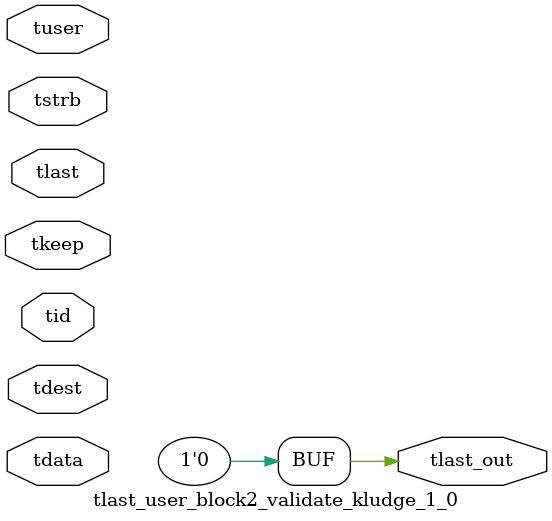
<source format=v>


`timescale 1ps/1ps

module tlast_user_block2_validate_kludge_1_0 #
(
parameter C_S_AXIS_TID_WIDTH   = 1,
parameter C_S_AXIS_TUSER_WIDTH = 0,
parameter C_S_AXIS_TDATA_WIDTH = 0,
parameter C_S_AXIS_TDEST_WIDTH = 0
)
(
input  [(C_S_AXIS_TID_WIDTH   == 0 ? 1 : C_S_AXIS_TID_WIDTH)-1:0       ] tid,
input  [(C_S_AXIS_TDATA_WIDTH == 0 ? 1 : C_S_AXIS_TDATA_WIDTH)-1:0     ] tdata,
input  [(C_S_AXIS_TUSER_WIDTH == 0 ? 1 : C_S_AXIS_TUSER_WIDTH)-1:0     ] tuser,
input  [(C_S_AXIS_TDEST_WIDTH == 0 ? 1 : C_S_AXIS_TDEST_WIDTH)-1:0     ] tdest,
input  [(C_S_AXIS_TDATA_WIDTH/8)-1:0 ] tkeep,
input  [(C_S_AXIS_TDATA_WIDTH/8)-1:0 ] tstrb,
input  [0:0]                                                             tlast,
output                                                                   tlast_out
);

assign tlast_out = {1'b0};

endmodule


</source>
